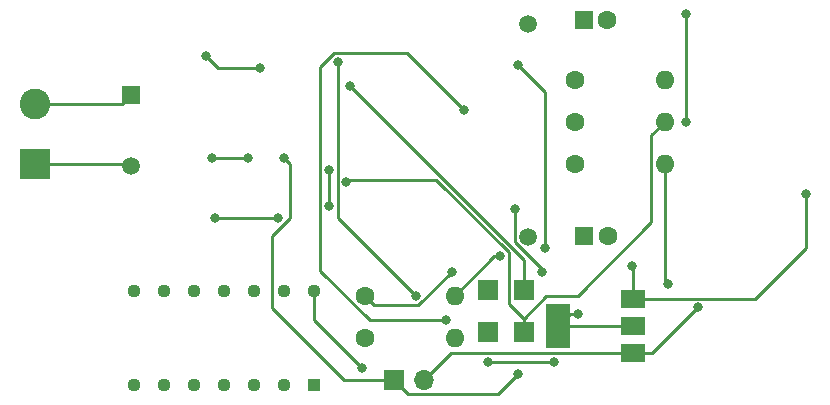
<source format=gbr>
%TF.GenerationSoftware,KiCad,Pcbnew,(6.0.0)*%
%TF.CreationDate,2022-04-27T16:55:33-04:00*%
%TF.ProjectId,ESP12SmallNightLight,45535031-3253-46d6-916c-6c4e69676874,rev?*%
%TF.SameCoordinates,Original*%
%TF.FileFunction,Copper,L1,Top*%
%TF.FilePolarity,Positive*%
%FSLAX46Y46*%
G04 Gerber Fmt 4.6, Leading zero omitted, Abs format (unit mm)*
G04 Created by KiCad (PCBNEW (6.0.0)) date 2022-04-27 16:55:33*
%MOMM*%
%LPD*%
G01*
G04 APERTURE LIST*
%TA.AperFunction,ComponentPad*%
%ADD10C,1.600000*%
%TD*%
%TA.AperFunction,ComponentPad*%
%ADD11O,1.600000X1.600000*%
%TD*%
%TA.AperFunction,SMDPad,CuDef*%
%ADD12R,2.000000X1.500000*%
%TD*%
%TA.AperFunction,SMDPad,CuDef*%
%ADD13R,2.000000X3.800000*%
%TD*%
%TA.AperFunction,ComponentPad*%
%ADD14R,1.500000X1.500000*%
%TD*%
%TA.AperFunction,ComponentPad*%
%ADD15C,1.500000*%
%TD*%
%TA.AperFunction,ComponentPad*%
%ADD16R,1.600000X1.600000*%
%TD*%
%TA.AperFunction,ComponentPad*%
%ADD17R,1.700000X1.700000*%
%TD*%
%TA.AperFunction,ComponentPad*%
%ADD18O,1.700000X1.700000*%
%TD*%
%TA.AperFunction,ComponentPad*%
%ADD19R,2.600000X2.600000*%
%TD*%
%TA.AperFunction,ComponentPad*%
%ADD20C,2.600000*%
%TD*%
%TA.AperFunction,ComponentPad*%
%ADD21R,1.130000X1.130000*%
%TD*%
%TA.AperFunction,ComponentPad*%
%ADD22C,1.130000*%
%TD*%
%TA.AperFunction,ViaPad*%
%ADD23C,0.800000*%
%TD*%
%TA.AperFunction,Conductor*%
%ADD24C,0.250000*%
%TD*%
G04 APERTURE END LIST*
D10*
%TO.P,R2,1*%
%TO.N,3.3V*%
X101346000Y-73152000D03*
D11*
%TO.P,R2,2*%
%TO.N,Net-(R2-Pad2)*%
X108966000Y-73152000D03*
%TD*%
D10*
%TO.P,R3,1*%
%TO.N,3.3V*%
X119126000Y-61976000D03*
D11*
%TO.P,R3,2*%
%TO.N,GPIO0*%
X126746000Y-61976000D03*
%TD*%
D12*
%TO.P,U2,1,GND*%
%TO.N,GND*%
X124054000Y-77992000D03*
%TO.P,U2,2,VO*%
%TO.N,3.3V*%
X124054000Y-75692000D03*
D13*
X117754000Y-75692000D03*
D12*
%TO.P,U2,3,VI*%
%TO.N,VCC*%
X124054000Y-73392000D03*
%TD*%
D10*
%TO.P,R1,1*%
%TO.N,3.3V*%
X101346000Y-76708000D03*
D11*
%TO.P,R1,2*%
%TO.N,Net-(R1-Pad2)*%
X108966000Y-76708000D03*
%TD*%
D14*
%TO.P,PS1,1,AC1*%
%TO.N,Net-(J1-Pad2)*%
X81609225Y-56124000D03*
D15*
%TO.P,PS1,2,AC2*%
%TO.N,Net-(J1-Pad1)*%
X81609225Y-62124000D03*
%TO.P,PS1,3,-VO*%
%TO.N,GND*%
X115209225Y-50124000D03*
%TO.P,PS1,4,+VO*%
%TO.N,VCC*%
X115209225Y-68124000D03*
%TD*%
D16*
%TO.P,C1,1*%
%TO.N,VCC*%
X119948888Y-68072000D03*
D10*
%TO.P,C1,2*%
%TO.N,GND*%
X121948888Y-68072000D03*
%TD*%
D16*
%TO.P,C2,1*%
%TO.N,3.3V*%
X119888000Y-49784000D03*
D10*
%TO.P,C2,2*%
%TO.N,GND*%
X121888000Y-49784000D03*
%TD*%
D17*
%TO.P,J5,1,Pin_1*%
%TO.N,GPIO0*%
X103881000Y-80264000D03*
D18*
%TO.P,J5,2,Pin_2*%
%TO.N,GND*%
X106421000Y-80264000D03*
%TD*%
D10*
%TO.P,R5,1*%
%TO.N,3.3V*%
X119126000Y-58420000D03*
D11*
%TO.P,R5,2*%
%TO.N,Net-(J4-Pad1)*%
X126746000Y-58420000D03*
%TD*%
D19*
%TO.P,J1,1,Pin_1*%
%TO.N,Net-(J1-Pad1)*%
X73457000Y-61981000D03*
D20*
%TO.P,J1,2,Pin_2*%
%TO.N,Net-(J1-Pad2)*%
X73457000Y-56901000D03*
%TD*%
D10*
%TO.P,R4,1*%
%TO.N,Net-(R4-Pad1)*%
X119126000Y-54864000D03*
D11*
%TO.P,R4,2*%
%TO.N,GND*%
X126746000Y-54864000D03*
%TD*%
D17*
%TO.P,J6,1,Pin_1*%
%TO.N,DataI{slash}P*%
X111760000Y-72644000D03*
%TD*%
D21*
%TO.P,IC1,1,1~{OE}*%
%TO.N,GND*%
X97028000Y-80678000D03*
D22*
%TO.P,IC1,2,1A*%
%TO.N,DataI{slash}P*%
X94488000Y-80678000D03*
%TO.P,IC1,3,1Y*%
%TO.N,DataO{slash}P*%
X91948000Y-80678000D03*
%TO.P,IC1,4,2~{OE}*%
%TO.N,unconnected-(IC1-Pad4)*%
X89408000Y-80678000D03*
%TO.P,IC1,5,2A*%
%TO.N,unconnected-(IC1-Pad5)*%
X86868000Y-80678000D03*
%TO.P,IC1,6,2Y*%
%TO.N,unconnected-(IC1-Pad6)*%
X84328000Y-80678000D03*
%TO.P,IC1,7,GND*%
%TO.N,GND*%
X81788000Y-80678000D03*
%TO.P,IC1,8,3Y*%
%TO.N,unconnected-(IC1-Pad8)*%
X81788000Y-72738000D03*
%TO.P,IC1,9,3A*%
%TO.N,unconnected-(IC1-Pad9)*%
X84328000Y-72738000D03*
%TO.P,IC1,10,3~{OE}*%
%TO.N,unconnected-(IC1-Pad10)*%
X86868000Y-72738000D03*
%TO.P,IC1,11,4Y*%
%TO.N,unconnected-(IC1-Pad11)*%
X89408000Y-72738000D03*
%TO.P,IC1,12,4A*%
%TO.N,unconnected-(IC1-Pad12)*%
X91948000Y-72738000D03*
%TO.P,IC1,13,4~{OE}*%
%TO.N,unconnected-(IC1-Pad13)*%
X94488000Y-72738000D03*
%TO.P,IC1,14,VCC*%
%TO.N,VCC*%
X97028000Y-72738000D03*
%TD*%
D17*
%TO.P,J4,1,Pin_1*%
%TO.N,Net-(J4-Pad1)*%
X114808000Y-76200000D03*
%TD*%
%TO.P,J3,1,Pin_1*%
%TO.N,Net-(J3-Pad1)*%
X114808000Y-72644000D03*
%TD*%
%TO.P,J2,1,Pin_1*%
%TO.N,Net-(J2-Pad1)*%
X111760000Y-76200000D03*
%TD*%
D23*
%TO.N,VCC*%
X101092000Y-79248000D03*
X138684000Y-64516000D03*
X117348000Y-78740000D03*
X123952000Y-70612000D03*
X111760000Y-78740000D03*
%TO.N,GND*%
X93980000Y-66548000D03*
X129540000Y-74116500D03*
X88650989Y-66548000D03*
%TO.N,3.3V*%
X116332000Y-71120000D03*
X119380000Y-74676000D03*
X114046000Y-65786000D03*
X108712000Y-71120000D03*
%TO.N,Net-(D1-Pad4)*%
X92456000Y-53848000D03*
X87884000Y-52832000D03*
%TO.N,Net-(D2-Pad4)*%
X88392000Y-61468000D03*
X91440000Y-61468000D03*
%TO.N,Net-(D3-Pad4)*%
X128524000Y-58420000D03*
X128524000Y-49276000D03*
%TO.N,Net-(J2-Pad1)*%
X105664000Y-73152000D03*
X99060000Y-53340000D03*
%TO.N,Net-(J3-Pad1)*%
X100076000Y-55372000D03*
%TO.N,Net-(J4-Pad1)*%
X99784500Y-63500000D03*
%TO.N,GPIO0*%
X94488000Y-61468000D03*
X114300000Y-79756000D03*
X127000000Y-72136000D03*
%TO.N,Net-(R1-Pad2)*%
X109728000Y-57404000D03*
X108204000Y-75184000D03*
%TO.N,Net-(R2-Pad2)*%
X112813033Y-69791158D03*
X116586000Y-69088000D03*
X114300000Y-53594000D03*
%TO.N,Net-(R4-Pad1)*%
X98335500Y-65532000D03*
X98335500Y-62484000D03*
%TD*%
D24*
%TO.N,VCC*%
X111760000Y-78740000D02*
X117348000Y-78740000D01*
X138684000Y-69088000D02*
X138684000Y-64516000D01*
X124054000Y-70714000D02*
X123952000Y-70612000D01*
X97028000Y-72738000D02*
X97028000Y-75184000D01*
X124054000Y-73392000D02*
X134380000Y-73392000D01*
X124054000Y-73392000D02*
X124054000Y-70714000D01*
X97028000Y-75184000D02*
X101092000Y-79248000D01*
X134380000Y-73392000D02*
X138684000Y-69088000D01*
%TO.N,GND*%
X108693000Y-77992000D02*
X124054000Y-77992000D01*
X124054000Y-77992000D02*
X125664500Y-77992000D01*
X106421000Y-80264000D02*
X108693000Y-77992000D01*
X125664500Y-77992000D02*
X129540000Y-74116500D01*
X88650989Y-66548000D02*
X93980000Y-66548000D01*
%TO.N,3.3V*%
X114046000Y-68580000D02*
X116332000Y-70866000D01*
X114046000Y-65786000D02*
X114046000Y-68580000D01*
X101346000Y-73152000D02*
X102145999Y-73951999D01*
X108712000Y-71128614D02*
X108712000Y-71120000D01*
X102145999Y-73951999D02*
X105888615Y-73951999D01*
X117754000Y-75692000D02*
X124054000Y-75692000D01*
X118770000Y-74676000D02*
X117754000Y-75692000D01*
X116332000Y-70866000D02*
X116332000Y-71120000D01*
X105888615Y-73951999D02*
X108712000Y-71128614D01*
X119380000Y-74676000D02*
X118770000Y-74676000D01*
%TO.N,Net-(D1-Pad4)*%
X87884000Y-52832000D02*
X88900000Y-53848000D01*
X88900000Y-53848000D02*
X92456000Y-53848000D01*
%TO.N,Net-(D2-Pad4)*%
X88392000Y-61468000D02*
X91440000Y-61468000D01*
%TO.N,Net-(D3-Pad4)*%
X128524000Y-58420000D02*
X128524000Y-49276000D01*
%TO.N,Net-(J1-Pad1)*%
X73457000Y-61981000D02*
X81466225Y-61981000D01*
X81466225Y-61981000D02*
X81609225Y-62124000D01*
%TO.N,Net-(J1-Pad2)*%
X73457000Y-56901000D02*
X80832225Y-56901000D01*
X80832225Y-56901000D02*
X81609225Y-56124000D01*
%TO.N,Net-(J2-Pad1)*%
X105664000Y-73152000D02*
X99060000Y-66548000D01*
X99060000Y-66548000D02*
X99060000Y-53340000D01*
%TO.N,Net-(J3-Pad1)*%
X100076000Y-55372000D02*
X114808000Y-70104000D01*
X114808000Y-70104000D02*
X114808000Y-72644000D01*
%TO.N,Net-(J4-Pad1)*%
X116744978Y-73152000D02*
X114808000Y-75088978D01*
X125621489Y-59544511D02*
X125621489Y-66910511D01*
X107378141Y-63309859D02*
X99974641Y-63309859D01*
X113537533Y-69469251D02*
X107378141Y-63309859D01*
X114808000Y-75088978D02*
X113537533Y-73818511D01*
X114808000Y-75088978D02*
X114808000Y-76200000D01*
X113537533Y-73818511D02*
X113537533Y-69469251D01*
X99974641Y-63309859D02*
X99784500Y-63500000D01*
X125621489Y-66910511D02*
X119380000Y-73152000D01*
X126746000Y-58420000D02*
X125621489Y-59544511D01*
X119380000Y-73152000D02*
X116744978Y-73152000D01*
%TO.N,GPIO0*%
X112617489Y-81438511D02*
X105055511Y-81438511D01*
X94996000Y-61976000D02*
X94488000Y-61468000D01*
X105055511Y-81438511D02*
X103881000Y-80264000D01*
X93472000Y-74168000D02*
X93472000Y-68080614D01*
X126746000Y-61976000D02*
X126746000Y-71882000D01*
X114300000Y-79756000D02*
X112617489Y-81438511D01*
X93472000Y-68080614D02*
X94996000Y-66556614D01*
X99568000Y-80264000D02*
X93472000Y-74168000D01*
X94996000Y-66556614D02*
X94996000Y-61976000D01*
X126746000Y-71882000D02*
X127000000Y-72136000D01*
X103881000Y-80264000D02*
X99568000Y-80264000D01*
%TO.N,Net-(R1-Pad2)*%
X108204000Y-75184000D02*
X101787700Y-75184000D01*
X104939489Y-52615489D02*
X109728000Y-57404000D01*
X97610989Y-53764397D02*
X98759897Y-52615489D01*
X101787700Y-75184000D02*
X97610989Y-71007289D01*
X97610989Y-71007289D02*
X97610989Y-53764397D01*
X98759897Y-52615489D02*
X104939489Y-52615489D01*
%TO.N,Net-(R2-Pad2)*%
X116586000Y-55880000D02*
X114300000Y-53594000D01*
X112326842Y-69791158D02*
X112813033Y-69791158D01*
X116586000Y-69088000D02*
X116586000Y-55880000D01*
X108966000Y-73152000D02*
X112326842Y-69791158D01*
%TO.N,Net-(R4-Pad1)*%
X98335500Y-62484000D02*
X98335500Y-65532000D01*
%TD*%
M02*

</source>
